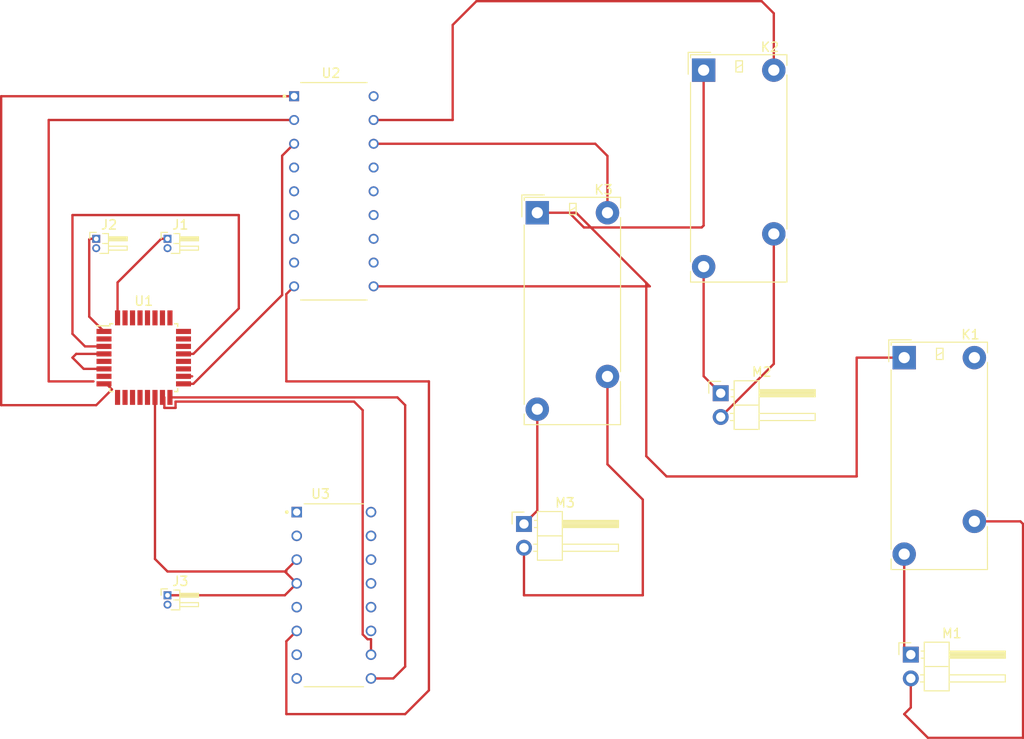
<source format=kicad_pcb>
(kicad_pcb (version 20211014) (generator pcbnew)
  (layers (0 "F.Cu" signal) (31 "B.Cu" signal) (34 "B.Paste" user) (35 "F.Paste" user) (36 "B.SilkS" user "B.Silkscreen") (37 "F.SilkS" user "F.Silkscreen") (38 "B.Mask" user) (39 "F.Mask" user) (44 "Edge.Cuts" user))
  (net 0 "")
  (net 1 "+12V")
  (net 2 "Net-(K1-Pad3)")
  (net 3 "Net-(K1-Pad5)")
  (net 5 "Net-(K2-Pad3)")
  (net 6 "Net-(K2-Pad5)")
  (net 7 "Net-(K2-Pad6)")
  (net 8 "Net-(K3-Pad3)")
  (net 9 "Net-(K3-Pad5)")
  (net 10 "Net-(K3-Pad6)")
  (net 11 "Net-(U1-Pad1)")
  (net 13 "Net-(U1-Pad21)")
  (net 14 "Net-(U1-Pad4)")
  (net 15 "Net-(U1-Pad7)")
  (net 16 "Net-(U1-Pad8)")
  (net 22 "Net-(U1-Pad14)")
  (net 23 "Net-(U1-Pad15)")
  (net 24 "Net-(U1-Pad16)")
  (net 25 "Net-(U1-Pad17)")
  (net 26 "unconnected-(U1-Pad18)")
  (net 39 "Net-(U1-Pad32)")
  (net 45 "GND")
  (net 54 "Net-(U3-Pad4)")
  (footprint "4052:DIP794W45P254L1969H508Q16" (layer "F.Cu") (at 121.92 109.22)
    (fp_text reference "U3" (at -1.425 -10.835) (layer "F.SilkS"))
    (fp_text value "4052")
    (fp_line (start -3.175 9.775) (end 3.175 9.775) (layer "F.SilkS") (width 0.127))
    (fp_line (start -3.175 -9.775) (end 3.175 -9.775) (layer "F.SilkS") (width 0.127))
    (fp_circle (center -5.035 -8.89) (end -4.935 -8.89) (layer "F.SilkS") (width 0.2) (fill none))
    (pad "1" thru_hole rect locked (at -3.97 -8.89) (size 1.13 1.13) (drill 0.78) (layers *.Cu *.Mask))
    (pad "2" thru_hole circle locked (at -3.97 -6.35) (size 1.13 1.13) (drill 0.78) (layers *.Cu *.Mask))
    (pad "3" thru_hole circle locked (at -3.97 -3.81) (size 1.13 1.13) (drill 0.78) (layers *.Cu *.Mask) (net 22 "Net-(U1-Pad14)"))
    (pad "4" thru_hole circle locked (at -3.97 -1.27) (size 1.13 1.13) (drill 0.78) (layers *.Cu *.Mask) (net 54 "Net-(U3-Pad4)"))
    (pad "5" thru_hole circle locked (at -3.97 1.27) (size 1.13 1.13) (drill 0.78) (layers *.Cu *.Mask))
    (pad "6" thru_hole circle locked (at -3.97 3.81) (size 1.13 1.13) (drill 0.78) (layers *.Cu *.Mask) (net 45 "GND"))
    (pad "7" thru_hole circle locked (at -3.97 6.35) (size 1.13 1.13) (drill 0.78) (layers *.Cu *.Mask))
    (pad "8" thru_hole circle locked (at -3.97 8.89) (size 1.13 1.13) (drill 0.78) (layers *.Cu *.Mask))
    (pad "9" thru_hole circle locked (at 3.97 8.89) (size 1.13 1.13) (drill 0.78) (layers *.Cu *.Mask) (net 24 "Net-(U1-Pad16)"))
    (pad "10" thru_hole circle locked (at 3.97 6.35) (size 1.13 1.13) (drill 0.78) (layers *.Cu *.Mask) (net 23 "Net-(U1-Pad15)"))
    (pad "11" thru_hole circle locked (at 3.97 3.81) (size 1.13 1.13) (drill 0.78) (layers *.Cu *.Mask))
    (pad "12" thru_hole circle locked (at 3.97 1.27) (size 1.13 1.13) (drill 0.78) (layers *.Cu *.Mask))
    (pad "13" thru_hole circle locked (at 3.97 -1.27) (size 1.13 1.13) (drill 0.78) (layers *.Cu *.Mask))
    (pad "14" thru_hole circle locked (at 3.97 -3.81) (size 1.13 1.13) (drill 0.78) (layers *.Cu *.Mask))
    (pad "15" thru_hole circle locked (at 3.97 -6.35) (size 1.13 1.13) (drill 0.78) (layers *.Cu *.Mask))
    (pad "16" thru_hole circle locked (at 3.97 -8.89) (size 1.13 1.13) (drill 0.78) (layers *.Cu *.Mask))
  )
  (footprint "Connector_PinHeader_2.54mm:PinHeader_1x02_P2.54mm_Horizontal" (layer "F.Cu") (at 183.585 115.565)
    (fp_text reference "M1" (at 4.385 -2.27) (layer "F.SilkS"))
    (fp_text value "Motor_DC")
    (fp_line (start 4.1 -0.38) (end 10.1 -0.38) (layer "F.SilkS") (width 0.12))
    (fp_line (start 4.1 0.16) (end 10.1 0.16) (layer "F.SilkS") (width 0.12))
    (fp_line (start 4.1 0.28) (end 10.1 0.28) (layer "F.SilkS") (width 0.12))
    (fp_line (start 4.1 2.16) (end 10.1 2.16) (layer "F.SilkS") (width 0.12))
    (fp_line (start 1.11 -0.38) (end 1.44 -0.38) (layer "F.SilkS") (width 0.12))
    (fp_line (start 1.042929 2.92) (end 1.44 2.92) (layer "F.SilkS") (width 0.12))
    (fp_line (start 10.1 2.92) (end 4.1 2.92) (layer "F.SilkS") (width 0.12))
    (fp_line (start 1.042929 2.16) (end 1.44 2.16) (layer "F.SilkS") (width 0.12))
    (fp_line (start 4.1 -1.33) (end 1.44 -1.33) (layer "F.SilkS") (width 0.12))
    (fp_line (start 4.1 -0.2) (end 10.1 -0.2) (layer "F.SilkS") (width 0.12))
    (fp_line (start 10.1 -0.38) (end 10.1 0.38) (layer "F.SilkS") (width 0.12))
    (fp_line (start -1.27 -1.27) (end 0 -1.27) (layer "F.SilkS") (width 0.12))
    (fp_line (start 1.11 0.38) (end 1.44 0.38) (layer "F.SilkS") (width 0.12))
    (fp_line (start 10.1 2.16) (end 10.1 2.92) (layer "F.SilkS") (width 0.12))
    (fp_line (start -1.27 0) (end -1.27 -1.27) (layer "F.SilkS") (width 0.12))
    (fp_line (start 4.1 0.04) (end 10.1 0.04) (layer "F.SilkS") (width 0.12))
    (fp_line (start 1.44 1.27) (end 4.1 1.27) (layer "F.SilkS") (width 0.12))
    (fp_line (start 1.44 3.87) (end 4.1 3.87) (layer "F.SilkS") (width 0.12))
    (fp_line (start 4.1 -0.08) (end 10.1 -0.08) (layer "F.SilkS") (width 0.12))
    (fp_line (start 1.44 -1.33) (end 1.44 3.87) (layer "F.SilkS") (width 0.12))
    (fp_line (start 4.1 -0.32) (end 10.1 -0.32) (layer "F.SilkS") (width 0.12))
    (fp_line (start 10.1 0.38) (end 4.1 0.38) (layer "F.SilkS") (width 0.12))
    (fp_line (start 4.1 3.87) (end 4.1 -1.33) (layer "F.SilkS") (width 0.12))
    (pad "1" thru_hole rect (at 0 0) (size 1.7 1.7) (drill 1) (layers *.Cu *.Mask) (net 2 "Net-(K1-Pad3)"))
    (pad "2" thru_hole oval (at 0 2.54) (size 1.7 1.7) (drill 1) (layers *.Cu *.Mask) (net 3 "Net-(K1-Pad5)"))
  )
  (footprint "Connector_PinHeader_2.54mm:PinHeader_1x02_P2.54mm_Horizontal" (layer "F.Cu") (at 142.24 101.6)
    (fp_text reference "M3" (at 4.385 -2.27) (layer "F.SilkS"))
    (fp_text value "Motor_DC")
    (fp_line (start 4.1 0.28) (end 10.1 0.28) (layer "F.SilkS") (width 0.12))
    (fp_line (start 4.1 -0.32) (end 10.1 -0.32) (layer "F.SilkS") (width 0.12))
    (fp_line (start 10.1 0.38) (end 4.1 0.38) (layer "F.SilkS") (width 0.12))
    (fp_line (start 1.11 0.38) (end 1.44 0.38) (layer "F.SilkS") (width 0.12))
    (fp_line (start 1.042929 2.16) (end 1.44 2.16) (layer "F.SilkS") (width 0.12))
    (fp_line (start 1.44 -1.33) (end 1.44 3.87) (layer "F.SilkS") (width 0.12))
    (fp_line (start 4.1 -0.08) (end 10.1 -0.08) (layer "F.SilkS") (width 0.12))
    (fp_line (start 1.11 -0.38) (end 1.44 -0.38) (layer "F.SilkS") (width 0.12))
    (fp_line (start 4.1 2.16) (end 10.1 2.16) (layer "F.SilkS") (width 0.12))
    (fp_line (start 4.1 -1.33) (end 1.44 -1.33) (layer "F.SilkS") (width 0.12))
    (fp_line (start 4.1 0.16) (end 10.1 0.16) (layer "F.SilkS") (width 0.12))
    (fp_line (start 10.1 2.16) (end 10.1 2.92) (layer "F.SilkS") (width 0.12))
    (fp_line (start -1.27 0) (end -1.27 -1.27) (layer "F.SilkS") (width 0.12))
    (fp_line (start 10.1 -0.38) (end 10.1 0.38) (layer "F.SilkS") (width 0.12))
    (fp_line (start 4.1 -0.2) (end 10.1 -0.2) (layer "F.SilkS") (width 0.12))
    (fp_line (start -1.27 -1.27) (end 0 -1.27) (layer "F.SilkS") (width 0.12))
    (fp_line (start 1.44 3.87) (end 4.1 3.87) (layer "F.SilkS") (width 0.12))
    (fp_line (start 4.1 0.04) (end 10.1 0.04) (layer "F.SilkS") (width 0.12))
    (fp_line (start 4.1 -0.38) (end 10.1 -0.38) (layer "F.SilkS") (width 0.12))
    (fp_line (start 1.042929 2.92) (end 1.44 2.92) (layer "F.SilkS") (width 0.12))
    (fp_line (start 4.1 3.87) (end 4.1 -1.33) (layer "F.SilkS") (width 0.12))
    (fp_line (start 1.44 1.27) (end 4.1 1.27) (layer "F.SilkS") (width 0.12))
    (fp_line (start 10.1 2.92) (end 4.1 2.92) (layer "F.SilkS") (width 0.12))
    (pad "1" thru_hole rect (at 0 0) (size 1.7 1.7) (drill 1) (layers *.Cu *.Mask) (net 8 "Net-(K3-Pad3)"))
    (pad "2" thru_hole oval (at 0 2.54) (size 1.7 1.7) (drill 1) (layers *.Cu *.Mask) (net 9 "Net-(K3-Pad5)"))
  )
  (footprint "Relay_THT:Relay_1P1T_NO_10x24x18.8mm_Panasonic_ADW11xxxxW_THT" (layer "F.Cu") (at 161.4425 53.0925)
    (fp_text reference "K2" (at 7.08 -2.46 180) (layer "F.SilkS"))
    (fp_text value "ADW11")
    (fp_line (start -1.65 -1.9) (end 0.75 -1.9) (layer "F.SilkS") (width 0.12))
    (fp_line (start -1.4 22.65) (end -1.4 21.51) (layer "F.SilkS") (width 0.12))
    (fp_line (start 8.9 -1.65) (end 8.9 -0.51) (layer "F.SilkS") (width 0.12))
    (fp_line (start 8.89 18.05) (end 8.9 22.65) (layer "F.SilkS") (width 0.12))
    (fp_line (start 4.15 -1) (end 3.45 -1) (layer "F.SilkS") (width 0.12))
    (fp_line (start 8.9 -1.65) (end -1.4 -1.65) (layer "F.SilkS") (width 0.12))
    (fp_line (start -1.4 1.31) (end -1.4 20.49) (layer "F.SilkS") (width 0.12))
    (fp_line (start 8.9 0.51) (end 8.9 16.99) (layer "F.SilkS") (width 0.12))
    (fp_line (start 4.15 0.2) (end 4.15 -1) (layer "F.SilkS") (width 0.12))
    (fp_line (start 3.45 -0.2) (end 4.15 -0.6) (layer "F.SilkS") (width 0.12))
    (fp_line (start -1.4 -1.65) (end -1.4 -1.31) (layer "F.SilkS") (width 0.12))
    (fp_line (start 8.9 22.65) (end -1.4 22.65) (layer "F.SilkS") (width 0.12))
    (fp_line (start 3.45 0.2) (end 4.15 0.2) (layer "F.SilkS") (width 0.12))
    (fp_line (start 3.45 -1) (end 3.45 0.2) (layer "F.SilkS") (width 0.12))
    (fp_line (start -1.65 0.44) (end -1.65 -1.9) (layer "F.SilkS") (width 0.12))
    (pad "1" thru_hole rect (at 0 0) (size 2.5 2.5) (drill 1.2) (layers *.Cu *.Mask) (net 1 "+12V"))
    (pad "3" thru_hole oval (at 0 21) (size 2.5 2.5) (drill 1.2) (layers *.Cu *.Mask) (net 5 "Net-(K2-Pad3)"))
    (pad "5" thru_hole oval (at 7.5 17.5) (size 2.5 2.5) (drill 1.2) (layers *.Cu *.Mask) (net 6 "Net-(K2-Pad5)"))
    (pad "6" thru_hole oval (at 7.5 0) (size 2.5 2.5) (drill 1.2) (layers *.Cu *.Mask) (net 7 "Net-(K2-Pad6)"))
  )
  (footprint "Connector_PinHeader_1.00mm:PinHeader_1x02_P1.00mm_Horizontal" (layer "F.Cu") (at 96.52 71.12)
    (fp_text reference "J2" (at 1.375 -1.5) (layer "F.SilkS"))
    (fp_text value "Conn_01x01_Female")
    (fp_line (start 3.31 -0.21) (end 3.31 0.21) (layer "F.SilkS") (width 0.12))
    (fp_line (start 1.31 0.09) (end 3.31 0.09) (layer "F.SilkS") (width 0.12))
    (fp_line (start 1.31 -0.56) (end 1.31 1.56) (layer "F.SilkS") (width 0.12))
    (fp_line (start 1.31 -0.03) (end 3.31 -0.03) (layer "F.SilkS") (width 0.12))
    (fp_line (start 3.31 0.79) (end 3.31 1.21) (layer "F.SilkS") (width 0.12))
    (fp_line (start 1.31 1.56) (end 0.394493 1.56) (layer "F.SilkS") (width 0.12))
    (fp_line (start 1.31 0.79) (end 3.31 0.79) (layer "F.SilkS") (width 0.12))
    (fp_line (start 3.31 1.21) (end 1.31 1.21) (layer "F.SilkS") (width 0.12))
    (fp_line (start 1.31 -0.15) (end 3.31 -0.15) (layer "F.SilkS") (width 0.12))
    (fp_line (start -0.685 -0.685) (end 0 -0.685) (layer "F.SilkS") (width 0.12))
    (fp_line (start 0.685 0.5) (end 1.31 0.5) (layer "F.SilkS") (width 0.12))
    (fp_line (start 1.31 -0.21) (end 3.31 -0.21) (layer "F.SilkS") (width 0.12))
    (fp_line (start 0.685 -0.56) (end 1.31 -0.56) (layer "F.SilkS") (width 0.12))
    (fp_line (start 3.31 0.21) (end 1.31 0.21) (layer "F.SilkS") (width 0.12))
    (fp_line (start -0.685 0) (end -0.685 -0.685) (layer "F.SilkS") (width 0.12))
    (pad "1" thru_hole rect (at 0 0) (size 0.85 0.85) (drill 0.5) (layers *.Cu *.Mask) (net 11 "Net-(U1-Pad1)"))
    (pad "2" thru_hole oval (at 0 1) (size 0.85 0.85) (drill 0.5) (layers *.Cu *.Mask))
  )
  (footprint "FOOTPRINTS:DIP850W46P254L2324H393Q18" (layer "F.Cu") (at 121.92 66.04)
    (fp_text reference "U2" (at -0.31 -12.632) (layer "F.SilkS"))
    (fp_text value "ULN2803A")
    (fp_line (start -3.55 -11.62) (end 3.55 -11.62) (layer "F.SilkS") (width 0.127))
    (fp_line (start -3.55 11.62) (end 3.55 11.62) (layer "F.SilkS") (width 0.127))
    (fp_circle (center -5.285 -10.16) (end -5.185 -10.16) (layer "F.SilkS") (width 0.2) (fill none))
    (pad "1" thru_hole rect locked (at -4.25 -10.16) (size 1.07 1.07) (drill 0.72) (layers *.Cu *.Mask) (net 16 "Net-(U1-Pad8)"))
    (pad "2" thru_hole circle locked (at -4.25 -7.62) (size 1.07 1.07) (drill 0.72) (layers *.Cu *.Mask) (net 15 "Net-(U1-Pad7)"))
    (pad "3" thru_hole circle locked (at -4.25 -5.08) (size 1.07 1.07) (drill 0.72) (layers *.Cu *.Mask) (net 25 "Net-(U1-Pad17)"))
    (pad "4" thru_hole circle locked (at -4.25 -2.54) (size 1.07 1.07) (drill 0.72) (layers *.Cu *.Mask))
    (pad "5" thru_hole circle locked (at -4.25 0) (size 1.07 1.07) (drill 0.72) (layers *.Cu *.Mask))
    (pad "6" thru_hole circle locked (at -4.25 2.54) (size 1.07 1.07) (drill 0.72) (layers *.Cu *.Mask))
    (pad "7" thru_hole circle locked (at -4.25 5.08) (size 1.07 1.07) (drill 0.72) (layers *.Cu *.Mask))
    (pad "8" thru_hole circle locked (at -4.25 7.62) (size 1.07 1.07) (drill 0.72) (layers *.Cu *.Mask))
    (pad "9" thru_hole circle locked (at -4.25 10.16) (size 1.07 1.07) (drill 0.72) (layers *.Cu *.Mask) (net 45 "GND"))
    (pad "10" thru_hole circle locked (at 4.25 10.16) (size 1.07 1.07) (drill 0.72) (layers *.Cu *.Mask) (net 1 "+12V"))
    (pad "11" thru_hole circle locked (at 4.25 7.62) (size 1.07 1.07) (drill 0.72) (layers *.Cu *.Mask))
    (pad "12" thru_hole circle locked (at 4.25 5.08) (size 1.07 1.07) (drill 0.72) (layers *.Cu *.Mask))
    (pad "13" thru_hole circle locked (at 4.25 2.54) (size 1.07 1.07) (drill 0.72) (layers *.Cu *.Mask))
    (pad "14" thru_hole circle locked (at 4.25 0) (size 1.07 1.07) (drill 0.72) (layers *.Cu *.Mask))
    (pad "15" thru_hole circle locked (at 4.25 -2.54) (size 1.07 1.07) (drill 0.72) (layers *.Cu *.Mask))
    (pad "16" thru_hole circle locked (at 4.25 -5.08) (size 1.07 1.07) (drill 0.72) (layers *.Cu *.Mask) (net 10 "Net-(K3-Pad6)"))
    (pad "17" thru_hole circle locked (at 4.25 -7.62) (size 1.07 1.07) (drill 0.72) (layers *.Cu *.Mask) (net 7 "Net-(K2-Pad6)"))
    (pad "18" thru_hole circle locked (at 4.25 -10.16) (size 1.07 1.07) (drill 0.72) (layers *.Cu *.Mask))
  )
  (footprint "Connector_PinHeader_2.54mm:PinHeader_1x02_P2.54mm_Horizontal" (layer "F.Cu") (at 163.265 87.625)
    (fp_text reference "M2" (at 4.385 -2.27) (layer "F.SilkS"))
    (fp_text value "Motor_DC")
    (fp_line (start -1.27 0) (end -1.27 -1.27) (layer "F.SilkS") (width 0.12))
    (fp_line (start 10.1 -0.38) (end 10.1 0.38) (layer "F.SilkS") (width 0.12))
    (fp_line (start 4.1 -0.38) (end 10.1 -0.38) (layer "F.SilkS") (width 0.12))
    (fp_line (start 4.1 2.16) (end 10.1 2.16) (layer "F.SilkS") (width 0.12))
    (fp_line (start 1.44 3.87) (end 4.1 3.87) (layer "F.SilkS") (width 0.12))
    (fp_line (start 4.1 -1.33) (end 1.44 -1.33) (layer "F.SilkS") (width 0.12))
    (fp_line (start 10.1 2.16) (end 10.1 2.92) (layer "F.SilkS") (width 0.12))
    (fp_line (start 10.1 0.38) (end 4.1 0.38) (layer "F.SilkS") (width 0.12))
    (fp_line (start 4.1 3.87) (end 4.1 -1.33) (layer "F.SilkS") (width 0.12))
    (fp_line (start 1.042929 2.92) (end 1.44 2.92) (layer "F.SilkS") (width 0.12))
    (fp_line (start 10.1 2.92) (end 4.1 2.92) (layer "F.SilkS") (width 0.12))
    (fp_line (start 1.44 -1.33) (end 1.44 3.87) (layer "F.SilkS") (width 0.12))
    (fp_line (start 4.1 -0.32) (end 10.1 -0.32) (layer "F.SilkS") (width 0.12))
    (fp_line (start 4.1 0.04) (end 10.1 0.04) (layer "F.SilkS") (width 0.12))
    (fp_line (start 4.1 0.28) (end 10.1 0.28) (layer "F.SilkS") (width 0.12))
    (fp_line (start 1.042929 2.16) (end 1.44 2.16) (layer "F.SilkS") (width 0.12))
    (fp_line (start 4.1 0.16) (end 10.1 0.16) (layer "F.SilkS") (width 0.12))
    (fp_line (start 1.11 -0.38) (end 1.44 -0.38) (layer "F.SilkS") (width 0.12))
    (fp_line (start 1.44 1.27) (end 4.1 1.27) (layer "F.SilkS") (width 0.12))
    (fp_line (start -1.27 -1.27) (end 0 -1.27) (layer "F.SilkS") (width 0.12))
    (fp_line (start 4.1 -0.2) (end 10.1 -0.2) (layer "F.SilkS") (width 0.12))
    (fp_line (start 4.1 -0.08) (end 10.1 -0.08) (layer "F.SilkS") (width 0.12))
    (fp_line (start 1.11 0.38) (end 1.44 0.38) (layer "F.SilkS") (width 0.12))
    (pad "1" thru_hole rect (at 0 0) (size 1.7 1.7) (drill 1) (layers *.Cu *.Mask) (net 5 "Net-(K2-Pad3)"))
    (pad "2" thru_hole oval (at 0 2.54) (size 1.7 1.7) (drill 1) (layers *.Cu *.Mask) (net 6 "Net-(K2-Pad5)"))
  )
  (footprint "Relay_THT:Relay_1P1T_NO_10x24x18.8mm_Panasonic_ADW11xxxxW_THT" (layer "F.Cu") (at 182.88 83.82)
    (fp_text reference "K1" (at 7.08 -2.46 180) (layer "F.SilkS"))
    (fp_text value "ADW11")
    (fp_line (start -1.4 -1.65) (end -1.4 -1.31) (layer "F.SilkS") (width 0.12))
    (fp_line (start 8.9 0.51) (end 8.9 16.99) (layer "F.SilkS") (width 0.12))
    (fp_line (start -1.65 -1.9) (end 0.75 -1.9) (layer "F.SilkS") (width 0.12))
    (fp_line (start 8.9 -1.65) (end -1.4 -1.65) (layer "F.SilkS") (width 0.12))
    (fp_line (start -1.65 0.44) (end -1.65 -1.9) (layer "F.SilkS") (width 0.12))
    (fp_line (start 4.15 0.2) (end 4.15 -1) (layer "F.SilkS") (width 0.12))
    (fp_line (start 3.45 0.2) (end 4.15 0.2) (layer "F.SilkS") (width 0.12))
    (fp_line (start 4.15 -1) (end 3.45 -1) (layer "F.SilkS") (width 0.12))
    (fp_line (start 3.45 -0.2) (end 4.15 -0.6) (layer "F.SilkS") (width 0.12))
    (fp_line (start 8.9 22.65) (end -1.4 22.65) (layer "F.SilkS") (width 0.12))
    (fp_line (start -1.4 1.31) (end -1.4 20.49) (layer "F.SilkS") (width 0.12))
    (fp_line (start 3.45 -1) (end 3.45 0.2) (layer "F.SilkS") (width 0.12))
    (fp_line (start 8.89 18.05) (end 8.9 22.65) (layer "F.SilkS") (width 0.12))
    (fp_line (start -1.4 22.65) (end -1.4 21.51) (layer "F.SilkS") (width 0.12))
    (fp_line (start 8.9 -1.65) (end 8.9 -0.51) (layer "F.SilkS") (width 0.12))
    (pad "1" thru_hole rect (at 0 0) (size 2.5 2.5) (drill 1.2) (layers *.Cu *.Mask) (net 1 "+12V"))
    (pad "3" thru_hole oval (at 0 21) (size 2.5 2.5) (drill 1.2) (layers *.Cu *.Mask) (net 2 "Net-(K1-Pad3)"))
    (pad "5" thru_hole oval (at 7.5 17.5) (size 2.5 2.5) (drill 1.2) (layers *.Cu *.Mask) (net 3 "Net-(K1-Pad5)"))
    (pad "6" thru_hole oval (at 7.5 0) (size 2.5 2.5) (drill 1.2) (layers *.Cu *.Mask))
  )
  (footprint "Connector_PinHeader_1.00mm:PinHeader_1x02_P1.00mm_Horizontal" (layer "F.Cu") (at 104.14 71.12)
    (fp_text reference "J1" (at 1.375 -1.5) (layer "F.SilkS"))
    (fp_text value "Conn_01x01_Female")
    (fp_line (start -0.685 -0.685) (end 0 -0.685) (layer "F.SilkS") (width 0.12))
    (fp_line (start -0.685 0) (end -0.685 -0.685) (layer "F.SilkS") (width 0.12))
    (fp_line (start 3.31 1.21) (end 1.31 1.21) (layer "F.SilkS") (width 0.12))
    (fp_line (start 0.685 -0.56) (end 1.31 -0.56) (layer "F.SilkS") (width 0.12))
    (fp_line (start 1.31 -0.56) (end 1.31 1.56) (layer "F.SilkS") (width 0.12))
    (fp_line (start 1.31 -0.03) (end 3.31 -0.03) (layer "F.SilkS") (width 0.12))
    (fp_line (start 0.685 0.5) (end 1.31 0.5) (layer "F.SilkS") (width 0.12))
    (fp_line (start 3.31 0.79) (end 3.31 1.21) (layer "F.SilkS") (width 0.12))
    (fp_line (start 1.31 -0.21) (end 3.31 -0.21) (layer "F.SilkS") (width 0.12))
    (fp_line (start 1.31 1.56) (end 0.394493 1.56) (layer "F.SilkS") (width 0.12))
    (fp_line (start 1.31 -0.15) (end 3.31 -0.15) (layer "F.SilkS") (width 0.12))
    (fp_line (start 1.31 0.09) (end 3.31 0.09) (layer "F.SilkS") (width 0.12))
    (fp_line (start 3.31 0.21) (end 1.31 0.21) (layer "F.SilkS") (width 0.12))
    (fp_line (start 1.31 0.79) (end 3.31 0.79) (layer "F.SilkS") (width 0.12))
    (fp_line (start 3.31 -0.21) (end 3.31 0.21) (layer "F.SilkS") (width 0.12))
    (pad "1" thru_hole rect (at 0 0) (size 0.85 0.85) (drill 0.5) (layers *.Cu *.Mask) (net 39 "Net-(U1-Pad32)"))
    (pad "2" thru_hole oval (at 0 1) (size 0.85 0.85) (drill 0.5) (layers *.Cu *.Mask))
  )
  (footprint "Package_QFP:TQFP-32_7x7mm_P0.8mm" (layer "F.Cu") (at 101.6 83.82)
    (fp_text reference "U1" (at 0 -6.05) (layer "F.SilkS"))
    (fp_text value "ATmega328P-A")
    (fp_line (start -3.625 3.625) (end -3.625 3.3) (layer "F.SilkS") (width 0.15))
    (fp_line (start -3.625 3.625) (end -3.3 3.625) (layer "F.SilkS") (width 0.15))
    (fp_line (start -3.625 -3.625) (end -3.3 -3.625) (layer "F.SilkS") (width 0.15))
    (fp_line (start 3.625 3.625) (end 3.3 3.625) (layer "F.SilkS") (width 0.15))
    (fp_line (start -3.625 -3.625) (end -3.625 -3.4) (layer "F.SilkS") (width 0.15))
    (fp_line (start 3.625 -3.625) (end 3.3 -3.625) (layer "F.SilkS") (width 0.15))
    (fp_line (start 3.625 -3.625) (end 3.625 -3.3) (layer "F.SilkS") (width 0.15))
    (fp_line (start -3.625 -3.4) (end -5.05 -3.4) (layer "F.SilkS") (width 0.15))
    (fp_line (start 3.625 3.625) (end 3.625 3.3) (layer "F.SilkS") (width 0.15))
    (pad "1" smd rect (at -4.25 -2.8) (size 1.6 0.55) (layers "F.Cu" "F.Paste" "F.Mask") (net 11 "Net-(U1-Pad1)"))
    (pad "2" smd rect (at -4.25 -2) (size 1.6 0.55) (layers "F.Cu" "F.Paste" "F.Mask"))
    (pad "3" smd rect (at -4.25 -1.2) (size 1.6 0.55) (layers "F.Cu" "F.Paste" "F.Mask") (net 13 "Net-(U1-Pad21)"))
    (pad "4" smd rect (at -4.25 -0.4) (size 1.6 0.55) (layers "F.Cu" "F.Paste" "F.Mask") (net 14 "Net-(U1-Pad4)"))
    (pad "5" smd rect (at -4.25 0.4) (size 1.6 0.55) (layers "F.Cu" "F.Paste" "F.Mask") (net 13 "Net-(U1-Pad21)"))
    (pad "6" smd rect (at -4.25 1.2) (size 1.6 0.55) (layers "F.Cu" "F.Paste" "F.Mask") (net 14 "Net-(U1-Pad4)"))
    (pad "7" smd rect (at -4.25 2) (size 1.6 0.55) (layers "F.Cu" "F.Paste" "F.Mask") (net 15 "Net-(U1-Pad7)"))
    (pad "8" smd rect (at -4.25 2.8) (size 1.6 0.55) (layers "F.Cu" "F.Paste" "F.Mask") (net 16 "Net-(U1-Pad8)"))
    (pad "9" smd rect (at -2.8 4.25 90) (size 1.6 0.55) (layers "F.Cu" "F.Paste" "F.Mask"))
    (pad "10" smd rect (at -2 4.25 90) (size 1.6 0.55) (layers "F.Cu" "F.Paste" "F.Mask"))
    (pad "11" smd rect (at -1.2 4.25 90) (size 1.6 0.55) (layers "F.Cu" "F.Paste" "F.Mask"))
    (pad "12" smd rect (at -0.4 4.25 90) (size 1.6 0.55) (layers "F.Cu" "F.Paste" "F.Mask"))
    (pad "13" smd rect (at 0.4 4.25 90) (size 1.6 0.55) (layers "F.Cu" "F.Paste" "F.Mask"))
    (pad "14" smd rect (at 1.2 4.25 90) (size 1.6 0.55) (layers "F.Cu" "F.Paste" "F.Mask") (net 22 "Net-(U1-Pad14)"))
    (pad "15" smd rect (at 2 4.25 90) (size 1.6 0.55) (layers "F.Cu" "F.Paste" "F.Mask") (net 23 "Net-(U1-Pad15)"))
    (pad "16" smd rect (at 2.8 4.25 90) (size 1.6 0.55) (layers "F.Cu" "F.Paste" "F.Mask") (net 24 "Net-(U1-Pad16)"))
    (pad "17" smd rect (at 4.25 2.8) (size 1.6 0.55) (layers "F.Cu" "F.Paste" "F.Mask") (net 25 "Net-(U1-Pad17)"))
    (pad "18" smd rect (at 4.25 2) (size 1.6 0.55) (layers "F.Cu" "F.Paste" "F.Mask") (net 26 "unconnected-(U1-Pad18)"))
    (pad "19" smd rect (at 4.25 1.2) (size 1.6 0.55) (layers "F.Cu" "F.Paste" "F.Mask"))
    (pad "20" smd rect (at 4.25 0.4) (size 1.6 0.55) (layers "F.Cu" "F.Paste" "F.Mask"))
    (pad "21" smd rect (at 4.25 -0.4) (size 1.6 0.55) (layers "F.Cu" "F.Paste" "F.Mask") (net 13 "Net-(U1-Pad21)"))
    (pad "22" smd rect (at 4.25 -1.2) (size 1.6 0.55) (layers "F.Cu" "F.Paste" "F.Mask"))
    (pad "23" smd rect (at 4.25 -2) (size 1.6 0.55) (layers "F.Cu" "F.Paste" "F.Mask"))
    (pad "24" smd rect (at 4.25 -2.8) (size 1.6 0.55) (layers "F.Cu" "F.Paste" "F.Mask"))
    (pad "25" smd rect (at 2.8 -4.25 90) (size 1.6 0.55) (layers "F.Cu" "F.Paste" "F.Mask"))
    (pad "26" smd rect (at 2 -4.25 90) (size 1.6 0.55) (layers "F.Cu" "F.Paste" "F.Mask"))
    (pad "27" smd rect (at 1.2 -4.25 90) (size 1.6 0.55) (layers "F.Cu" "F.Paste" "F.Mask"))
    (pad "28" smd rect (at 0.4 -4.25 90) (size 1.6 0.55) (layers "F.Cu" "F.Paste" "F.Mask"))
    (pad "29" smd rect (at -0.4 -4.25 90) (size 1.6 0.55) (layers "F.Cu" "F.Paste" "F.Mask"))
    (pad "30" smd rect (at -1.2 -4.25 90) (size 1.6 0.55) (layers "F.Cu" "F.Paste" "F.Mask"))
    (pad "31" smd rect (at -2 -4.25 90) (size 1.6 0.55) (layers "F.Cu" "F.Paste" "F.Mask"))
    (pad "32" smd rect (at -2.8 -4.25 90) (size 1.6 0.55) (layers "F.Cu" "F.Paste" "F.Mask") (net 39 "Net-(U1-Pad32)"))
  )
  (footprint "Connector_PinHeader_1.00mm:PinHeader_1x02_P1.00mm_Horizontal" (layer "F.Cu") (at 104.14 109.22)
    (fp_text reference "J3" (at 1.375 -1.5) (layer "F.SilkS"))
    (fp_text value "Conn_01x01_Female")
    (fp_line (start -0.685 -0.685) (end 0 -0.685) (layer "F.SilkS") (width 0.12))
    (fp_line (start 1.31 1.56) (end 0.394493 1.56) (layer "F.SilkS") (width 0.12))
    (fp_line (start 1.31 -0.56) (end 1.31 1.56) (layer "F.SilkS") (width 0.12))
    (fp_line (start 3.31 -0.21) (end 3.31 0.21) (layer "F.SilkS") (width 0.12))
    (fp_line (start 1.31 -0.21) (end 3.31 -0.21) (layer "F.SilkS") (width 0.12))
    (fp_line (start 0.685 0.5) (end 1.31 0.5) (layer "F.SilkS") (width 0.12))
    (fp_line (start -0.685 0) (end -0.685 -0.685) (layer "F.SilkS") (width 0.12))
    (fp_line (start 1.31 0.79) (end 3.31 0.79) (layer "F.SilkS") (width 0.12))
    (fp_line (start 0.685 -0.56) (end 1.31 -0.56) (layer "F.SilkS") (width 0.12))
    (fp_line (start 3.31 1.21) (end 1.31 1.21) (layer "F.SilkS") (width 0.12))
    (fp_line (start 1.31 0.09) (end 3.31 0.09) (layer "F.SilkS") (width 0.12))
    (fp_line (start 1.31 -0.03) (end 3.31 -0.03) (layer "F.SilkS") (width 0.12))
    (fp_line (start 3.31 0.21) (end 1.31 0.21) (layer "F.SilkS") (width 0.12))
    (fp_line (start 1.31 -0.15) (end 3.31 -0.15) (layer "F.SilkS") (width 0.12))
    (fp_line (start 3.31 0.79) (end 3.31 1.21) (layer "F.SilkS") (width 0.12))
    (pad "1" thru_hole rect (at 0 0) (size 0.85 0.85) (drill 0.5) (layers *.Cu *.Mask) (net 54 "Net-(U3-Pad4)"))
    (pad "2" thru_hole oval (at 0 1) (size 0.85 0.85) (drill 0.5) (layers *.Cu *.Mask))
  )
  (footprint "Relay_THT:Relay_1P1T_NO_10x24x18.8mm_Panasonic_ADW11xxxxW_THT" (layer "F.Cu") (at 143.6625 68.3325)
    (fp_text reference "K3" (at 7.08 -2.46 180) (layer "F.SilkS"))
    (fp_text value "ADW11")
    (fp_line (start 3.45 -0.2) (end 4.15 -0.6) (layer "F.SilkS") (width 0.12))
    (fp_line (start 3.45 -1) (end 3.45 0.2) (layer "F.SilkS") (width 0.12))
    (fp_line (start -1.65 0.44) (end -1.65 -1.9) (layer "F.SilkS") (width 0.12))
    (fp_line (start 8.89 18.05) (end 8.9 22.65) (layer "F.SilkS") (width 0.12))
    (fp_line (start 4.15 -1) (end 3.45 -1) (layer "F.SilkS") (width 0.12))
    (fp_line (start -1.4 -1.65) (end -1.4 -1.31) (layer "F.SilkS") (width 0.12))
    (fp_line (start 8.9 -1.65) (end -1.4 -1.65) (layer "F.SilkS") (width 0.12))
    (fp_line (start 8.9 -1.65) (end 8.9 -0.51) (layer "F.SilkS") (width 0.12))
    (fp_line (start -1.4 22.65) (end -1.4 21.51) (layer "F.SilkS") (width 0.12))
    (fp_line (start 3.45 0.2) (end 4.15 0.2) (layer "F.SilkS") (width 0.12))
    (fp_line (start -1.65 -1.9) (end 0.75 -1.9) (layer "F.SilkS") (width 0.12))
    (fp_line (start -1.4 1.31) (end -1.4 20.49) (layer "F.SilkS") (width 0.12))
    (fp_line (start 8.9 0.51) (end 8.9 16.99) (layer "F.SilkS") (width 0.12))
    (fp_line (start 4.15 0.2) (end 4.15 -1) (layer "F.SilkS") (width 0.12))
    (fp_line (start 8.9 22.65) (end -1.4 22.65) (layer "F.SilkS") (width 0.12))
    (pad "1" thru_hole rect (at 0 0) (size 2.5 2.5) (drill 1.2) (layers *.Cu *.Mask) (net 1 "+12V"))
    (pad "3" thru_hole oval (at 0 21) (size 2.5 2.5) (drill 1.2) (layers *.Cu *.Mask) (net 8 "Net-(K3-Pad3)"))
    (pad "5" thru_hole oval (at 7.5 17.5) (size 2.5 2.5) (drill 1.2) (layers *.Cu *.Mask) (net 9 "Net-(K3-Pad5)"))
    (pad "6" thru_hole oval (at 7.5 0) (size 2.5 2.5) (drill 1.2) (layers *.Cu *.Mask) (net 10 "Net-(K3-Pad6)"))
  )
  (segment (start 126.17 76.2) (end 155.681696 76.2) (width 0.25) (layer "F.Cu") (net 1))
  (segment (start 147.5675 68.3325) (end 147.814196 68.3325) (width 0.25) (layer "F.Cu") (net 1))
  (segment (start 157.48 96.52) (end 155.310848 94.350848) (width 0.25) (layer "F.Cu") (net 1))
  (segment (start 155.310848 94.350848) (end 155.310848 75.829152) (width 0.25) (layer "F.Cu") (net 1))
  (segment (start 161.4425 53.0925) (end 161.4425 69.6975) (width 0.25) (layer "F.Cu") (net 1))
  (segment (start 147.814196 68.3325) (end 155.310848 75.829152) (width 0.25) (layer "F.Cu") (net 1))
  (segment (start 182.88 83.82) (end 177.8 83.82) (width 0.25) (layer "F.Cu") (net 1))
  (segment (start 143.6625 68.3325) (end 147.814196 68.3325) (width 0.25) (layer "F.Cu") (net 1))
  (segment (start 161.4425 69.6975) (end 161.232989 69.907011) (width 0.25) (layer "F.Cu") (net 1))
  (segment (start 148.647011 69.907011) (end 147.32 68.58) (width 0.25) (layer "F.Cu") (net 1))
  (segment (start 161.232989 69.907011) (end 148.647011 69.907011) (width 0.25) (layer "F.Cu") (net 1))
  (segment (start 177.8 83.82) (end 177.8 96.52) (width 0.25) (layer "F.Cu") (net 1))
  (segment (start 147.32 68.58) (end 147.5675 68.3325) (width 0.25) (layer "F.Cu") (net 1))
  (segment (start 155.310848 75.829152) (end 155.681696 76.2) (width 0.25) (layer "F.Cu") (net 1))
  (segment (start 177.8 96.52) (end 157.48 96.52) (width 0.25) (layer "F.Cu") (net 1))
  (segment (start 182.88 104.82) (end 182.88 114.86) (width 0.25) (layer "F.Cu") (net 2))
  (segment (start 182.88 114.86) (end 183.585 115.565) (width 0.25) (layer "F.Cu") (net 2))
  (segment (start 190.38 101.32) (end 195.3 101.32) (width 0.25) (layer "F.Cu") (net 3))
  (segment (start 182.88 121.92) (end 183.585 121.215) (width 0.25) (layer "F.Cu") (net 3))
  (segment (start 195.58 124.46) (end 185.42 124.46) (width 0.25) (layer "F.Cu") (net 3))
  (segment (start 195.58 101.6) (end 195.58 124.46) (width 0.25) (layer "F.Cu") (net 3))
  (segment (start 183.585 121.215) (end 183.585 118.105) (width 0.25) (layer "F.Cu") (net 3))
  (segment (start 195.3 101.32) (end 195.58 101.6) (width 0.25) (layer "F.Cu") (net 3))
  (segment (start 185.42 124.46) (end 182.88 121.92) (width 0.25) (layer "F.Cu") (net 3))
  (segment (start 161.4425 85.8025) (end 163.265 87.625) (width 0.25) (layer "F.Cu") (net 5))
  (segment (start 161.4425 74.0925) (end 161.4425 85.8025) (width 0.25) (layer "F.Cu") (net 5))
  (segment (start 168.9425 70.5925) (end 168.9425 84.4875) (width 0.25) (layer "F.Cu") (net 6))
  (segment (start 168.9425 84.4875) (end 163.265 90.165) (width 0.25) (layer "F.Cu") (net 6))
  (segment (start 137.16 45.72) (end 167.64 45.72) (width 0.25) (layer "F.Cu") (net 7))
  (segment (start 126.17 58.42) (end 134.62 58.42) (width 0.25) (layer "F.Cu") (net 7))
  (segment (start 134.62 58.42) (end 134.62 48.26) (width 0.25) (layer "F.Cu") (net 7))
  (segment (start 167.64 45.72) (end 168.9425 47.0225) (width 0.25) (layer "F.Cu") (net 7))
  (segment (start 168.9425 47.0225) (end 168.9425 53.0925) (width 0.25) (layer "F.Cu") (net 7))
  (segment (start 134.62 48.26) (end 137.16 45.72) (width 0.25) (layer "F.Cu") (net 7))
  (segment (start 143.6625 100.1775) (end 142.24 101.6) (width 0.25) (layer "F.Cu") (net 8))
  (segment (start 143.6625 89.3325) (end 143.6625 100.1775) (width 0.25) (layer "F.Cu") (net 8))
  (segment (start 142.24 109.22) (end 142.24 104.14) (width 0.25) (layer "F.Cu") (net 9))
  (segment (start 151.1625 85.8325) (end 151.1625 95.2175) (width 0.25) (layer "F.Cu") (net 9))
  (segment (start 154.94 109.22) (end 142.24 109.22) (width 0.25) (layer "F.Cu") (net 9))
  (segment (start 151.1625 95.2175) (end 154.94 98.995) (width 0.25) (layer "F.Cu") (net 9))
  (segment (start 154.94 98.995) (end 154.94 109.22) (width 0.25) (layer "F.Cu") (net 9))
  (segment (start 151.1625 62.2625) (end 151.1625 68.3325) (width 0.25) (layer "F.Cu") (net 10))
  (segment (start 126.17 60.96) (end 149.86 60.96) (width 0.25) (layer "F.Cu") (net 10))
  (segment (start 149.86 60.96) (end 151.1625 62.2625) (width 0.25) (layer "F.Cu") (net 10))
  (segment (start 95.770489 79.440489) (end 97.35 81.02) (width 0.25) (layer "F.Cu") (net 11))
  (segment (start 95.845 71.12) (end 95.770489 71.194511) (width 0.25) (layer "F.Cu") (net 11))
  (segment (start 96.52 71.12) (end 95.845 71.12) (width 0.25) (layer "F.Cu") (net 11))
  (segment (start 95.770489 71.194511) (end 95.770489 79.440489) (width 0.25) (layer "F.Cu") (net 11))
  (segment (start 105.85 83.42) (end 106.9 83.42) (width 0.25) (layer "F.Cu") (net 13))
  (segment (start 106.9 83.42) (end 111.76 78.56) (width 0.25) (layer "F.Cu") (net 13))
  (segment (start 93.98 68.58) (end 93.98 81.28) (width 0.25) (layer "F.Cu") (net 13))
  (segment (start 111.76 78.56) (end 111.76 68.58) (width 0.25) (layer "F.Cu") (net 13))
  (segment (start 111.76 68.58) (end 93.98 68.58) (width 0.25) (layer "F.Cu") (net 13))
  (segment (start 95.32 82.62) (end 97.35 82.62) (width 0.25) (layer "F.Cu") (net 13))
  (segment (start 93.98 81.28) (end 95.32 82.62) (width 0.25) (layer "F.Cu") (net 13))
  (segment (start 94.38 83.42) (end 97.35 83.42) (width 0.25) (layer "F.Cu") (net 14))
  (segment (start 95.18 85.02) (end 93.98 83.82) (width 0.25) (layer "F.Cu") (net 14))
  (segment (start 97.35 85.02) (end 95.18 85.02) (width 0.25) (layer "F.Cu") (net 14))
  (segment (start 93.98 83.82) (end 94.38 83.42) (width 0.25) (layer "F.Cu") (net 14))
  (segment (start 91.44 86.36) (end 96.225489 86.36) (width 0.25) (layer "F.Cu") (net 15))
  (segment (start 117.67 58.42) (end 91.44 58.42) (width 0.25) (layer "F.Cu") (net 15))
  (segment (start 91.44 58.42) (end 91.44 86.36) (width 0.25) (layer "F.Cu") (net 15))
  (segment (start 96.52 88.9) (end 98.200489 87.219511) (width 0.25) (layer "F.Cu") (net 16))
  (segment (start 97.600978 86.62) (end 97.35 86.62) (width 0.25) (layer "F.Cu") (net 16))
  (segment (start 86.36 55.88) (end 86.36 88.9) (width 0.25) (layer "F.Cu") (net 16))
  (segment (start 86.36 88.9) (end 96.52 88.9) (width 0.25) (layer "F.Cu") (net 16))
  (segment (start 98.200489 87.219511) (end 97.600978 86.62) (width 0.25) (layer "F.Cu") (net 16))
  (segment (start 117.67 55.88) (end 86.36 55.88) (width 0.25) (layer "F.Cu") (net 16))
  (segment (start 116.84 106.52) (end 116.84 106.68) (width 0.25) (layer "F.Cu") (net 22))
  (segment (start 102.8 105.34) (end 102.8 88.07) (width 0.25) (layer "F.Cu") (net 22))
  (segment (start 116.68 106.68) (end 104.14 106.68) (width 0.25) (layer "F.Cu") (net 22))
  (segment (start 117.95 105.41) (end 116.84 106.52) (width 0.25) (layer "F.Cu") (net 22))
  (segment (start 117.95 107.95) (end 116.68 106.68) (width 0.25) (layer "F.Cu") (net 22))
  (segment (start 104.14 106.68) (end 102.8 105.34) (width 0.25) (layer "F.Cu") (net 22))
  (segment (start 116.84 106.68) (end 116.68 106.68) (width 0.25) (layer "F.Cu") (net 22))
  (segment (start 104.999511 88.51952) (end 104.999511 89.194511) (width 0.25) (layer "F.Cu") (net 23))
  (segment (start 104.999511 89.194511) (end 103.800489 89.194511) (width 0.25) (layer "F.Cu") (net 23))
  (segment (start 124.07952 88.51952) (end 104.999511 88.51952) (width 0.25) (layer "F.Cu") (net 23))
  (segment (start 125.521551 113.919511) (end 125.000489 113.398449) (width 0.25) (layer "F.Cu") (net 23))
  (segment (start 125.89 113.919511) (end 125.521551 113.919511) (width 0.25) (layer "F.Cu") (net 23))
  (segment (start 125.89 115.57) (end 125.89 113.919511) (width 0.25) (layer "F.Cu") (net 23))
  (segment (start 103.800489 88.07) (end 103.6 88.07) (width 0.25) (layer "F.Cu") (net 23))
  (segment (start 103.800489 89.194511) (end 103.800489 88.07) (width 0.25) (layer "F.Cu") (net 23))
  (segment (start 125.000489 89.440489) (end 124.07952 88.51952) (width 0.25) (layer "F.Cu") (net 23))
  (segment (start 125.000489 113.398449) (end 125.000489 89.440489) (width 0.25) (layer "F.Cu") (net 23))
  (segment (start 129.54 116.84) (end 129.54 88.9) (width 0.25) (layer "F.Cu") (net 24))
  (segment (start 125.89 118.11) (end 128.27 118.11) (width 0.25) (layer "F.Cu") (net 24))
  (segment (start 128.71 88.07) (end 104.4 88.07) (width 0.25) (layer "F.Cu") (net 24))
  (segment (start 128.27 118.11) (end 129.54 116.84) (width 0.25) (layer "F.Cu") (net 24))
  (segment (start 129.54 88.9) (end 128.71 88.07) (width 0.25) (layer "F.Cu") (net 24))
  (segment (start 106.9 86.62) (end 116.39048 77.12952) (width 0.25) (layer "F.Cu") (net 25))
  (segment (start 116.39048 62.23952) (end 117.67 60.96) (width 0.25) (layer "F.Cu") (net 25))
  (segment (start 105.85 86.62) (end 106.9 86.62) (width 0.25) (layer "F.Cu") (net 25))
  (segment (start 116.39048 77.12952) (end 116.39048 62.23952) (width 0.25) (layer "F.Cu") (net 25))
  (segment (start 105.85 85.82) (end 106.774022 85.82) (width 0.25) (layer "F.Cu") (net 26))
  (segment (start 103.465 71.12) (end 98.8 75.785) (width 0.25) (layer "F.Cu") (net 39))
  (segment (start 104.14 71.12) (end 103.465 71.12) (width 0.25) (layer "F.Cu") (net 39))
  (segment (start 98.8 75.785) (end 98.8 79.57) (width 0.25) (layer "F.Cu") (net 39))
  (segment (start 117.67 76.2) (end 116.84 77.03) (width 0.25) (layer "F.Cu") (net 45))
  (segment (start 116.84 114.14) (end 117.95 113.03) (width 0.25) (layer "F.Cu") (net 45))
  (segment (start 132.08 86.36) (end 132.08 119.38) (width 0.25) (layer "F.Cu") (net 45))
  (segment (start 132.08 119.38) (end 129.54 121.92) (width 0.25) (layer "F.Cu") (net 45))
  (segment (start 116.84 86.36) (end 132.08 86.36) (width 0.25) (layer "F.Cu") (net 45))
  (segment (start 116.84 77.03) (end 116.84 86.36) (width 0.25) (layer "F.Cu") (net 45))
  (segment (start 116.84 121.92) (end 116.84 114.14) (width 0.25) (layer "F.Cu") (net 45))
  (segment (start 129.54 121.92) (end 116.84 121.92) (width 0.25) (layer "F.Cu") (net 45))
  (segment (start 104.14 109.22) (end 116.68 109.22) (width 0.25) (layer "F.Cu") (net 54))
  (segment (start 116.68 109.22) (end 117.632141 108.267859) (width 0.25) (layer "F.Cu") (net 54))
)
</source>
